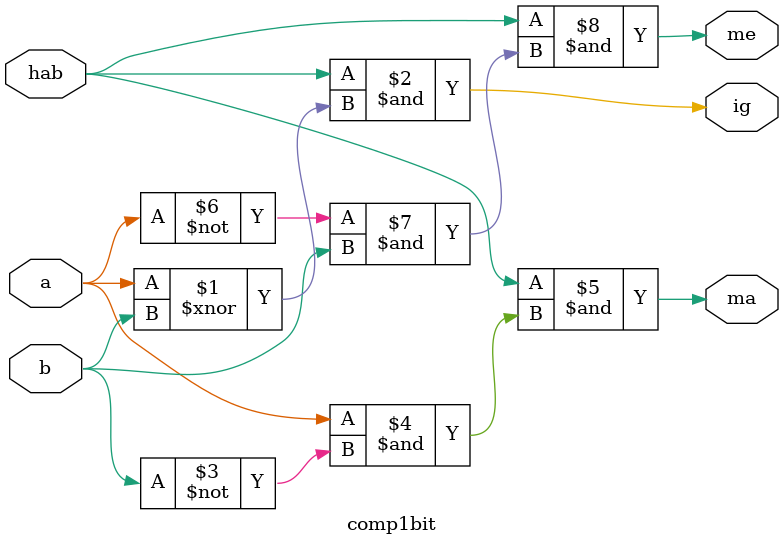
<source format=v>
module comp1bit(a,b,hab,ma,me,ig);
	input a, b,hab;
	output ma,me,ig;
	assign ig = hab & (a ~^b);
	assign ma = hab & (a& ~b); 
	assign me = hab & (~a & b);
endmodule

</source>
